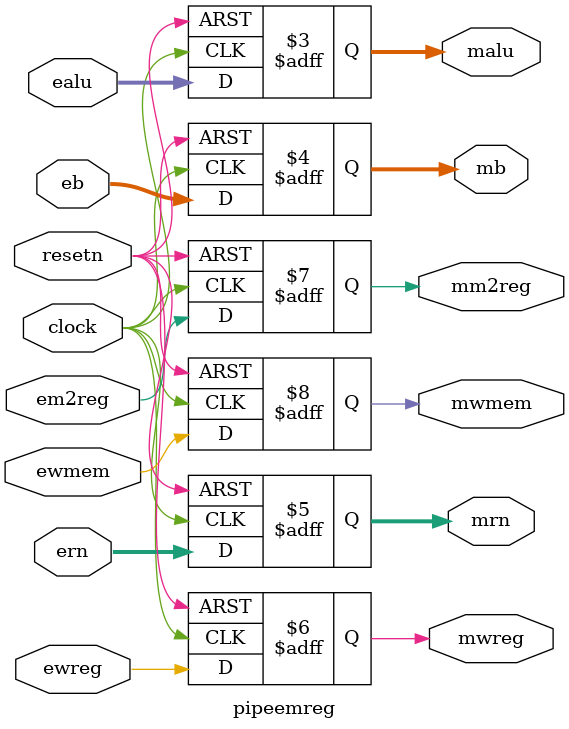
<source format=v>
module pipeemreg(ewreg,em2reg,ewmem,ealu,eb,ern,clock,resetn,mwreg,mm2reg,mwmem,malu,mb,mrn);  
	
	input 		 ewreg,em2reg,ewmem,clock,resetn;
	input [31:0] ealu,eb;
	input [4:0]  ern;

	output [31:0] malu,mb;
	output [4:0]  mrn;
	output        mwreg,mm2reg,mwmem;

	reg [31:0] malu,mb;
	reg [4:0]  mrn;
	reg 	   mwreg,mm2reg,mwmem;

	always @ (negedge resetn or posedge clock)
		if(resetn == 0) 
			begin
				mwreg    <=  1'b0;
				mm2reg   <=  1'b0;
				mwmem    <=  1'b0;
				malu     <=  32'b0;
				mb       <=  32'b0;
				mrn      <=  5'b0;
			end
		else
			begin 
				mwreg    <=  ewreg;
				mm2reg   <=  em2reg;
				mwmem    <=  ewmem;
				malu     <=  ealu;
				mb       <=  eb;
				mrn      <=  ern;
			end

endmodule

</source>
